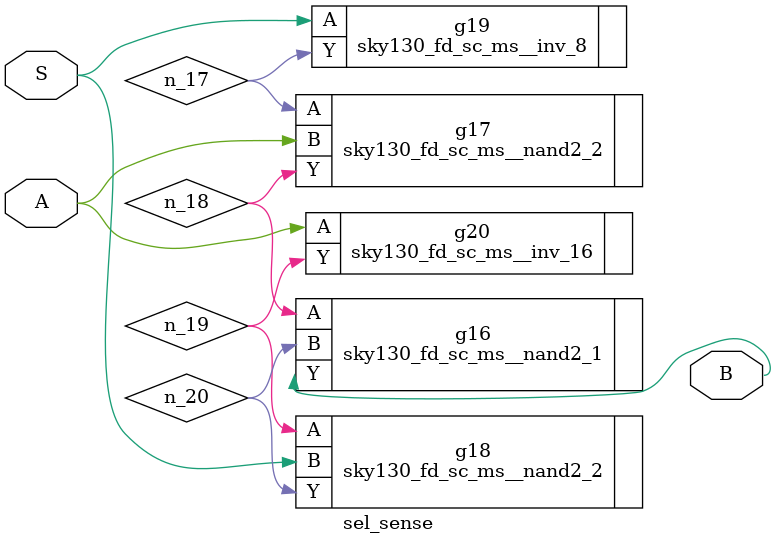
<source format=v>


// Verification Directory fv/sel_sense 

module sel_sense(A, S, B);
  input A, S;
  output B;
  wire A, S;
  wire B;
  wire n_17, n_18, n_19, n_20;
  sky130_fd_sc_ms__nand2_1 g16(.A (n_18), .B (n_20), .Y (B));
  sky130_fd_sc_ms__nand2_2 g17(.A (n_17), .B (A), .Y (n_18));
  sky130_fd_sc_ms__inv_8 g19(.A (S), .Y (n_17));
  sky130_fd_sc_ms__nand2_2 g18(.A (n_19), .B (S), .Y (n_20));
  sky130_fd_sc_ms__inv_16 g20(.A (A), .Y (n_19));
endmodule


</source>
